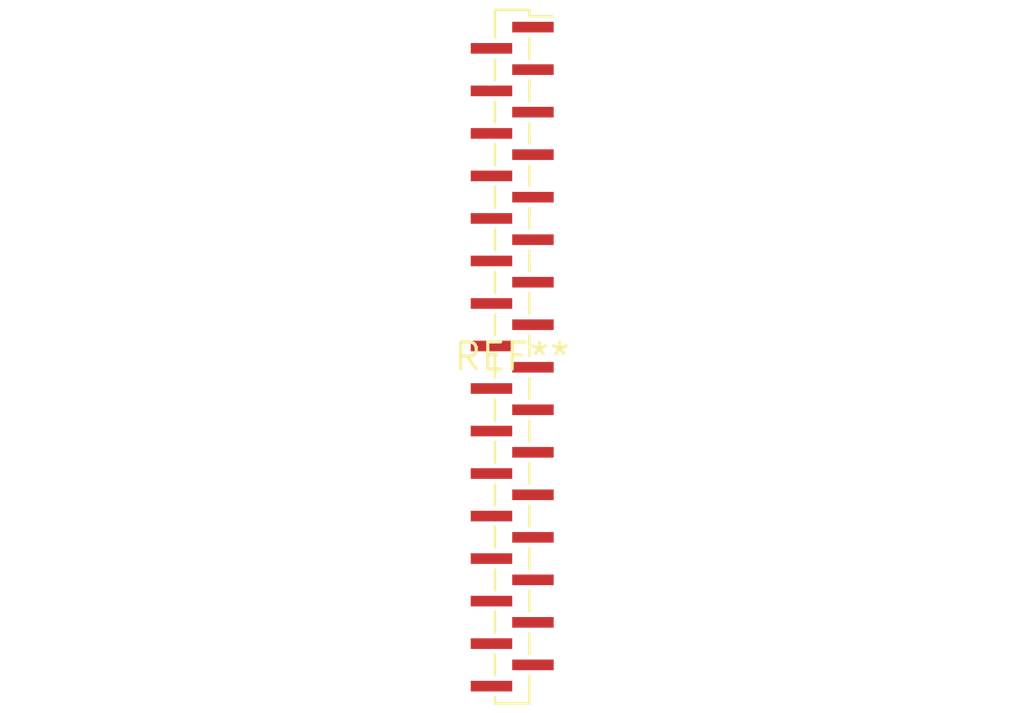
<source format=kicad_pcb>
(kicad_pcb (version 20240108) (generator pcbnew)
  (layers (0 "F.Cu" signal) (31 "B.Cu" signal) (34 "B.Paste" user) (35 "F.Paste" user) (36 "B.SilkS" user "B.Silkscreen") (37 "F.SilkS" user "F.Silkscreen") (38 "B.Mask" user) (39 "F.Mask" user) (44 "Edge.Cuts" user))
  (net 0 "")
  (footprint "PinSocket_1x32_P1.00mm_Vertical_SMD_Pin1Right" (layer "F.Cu") (at 0 0)
    (property "Reference" "REF**")
    (property "Value" "PinSocket_1x32_P1.00mm_Vertical_SMD_Pin1Right")
    (fp_line (start -0.81 -16.31) (end -0.81 -15.01) (layer "F.SilkS") (stroke (width 0.12)))
    (fp_line (start -0.81 -16.31) (end 0.81 -16.31) (layer "F.SilkS") (stroke (width 0.12)))
    (fp_line (start -0.81 -13.99) (end -0.81 -13.01) (layer "F.SilkS") (stroke (width 0.12)))
    (fp_line (start -0.81 -11.99) (end -0.81 -11.01) (layer "F.SilkS") (stroke (width 0.12)))
    (fp_line (start -0.81 -9.99) (end -0.81 -9.01) (layer "F.SilkS") (stroke (width 0.12)))
    (fp_line (start -0.81 -7.99) (end -0.81 -7.01) (layer "F.SilkS") (stroke (width 0.12)))
    (fp_line (start -0.81 -5.99) (end -0.81 -5.01) (layer "F.SilkS") (stroke (width 0.12)))
    (fp_line (start -0.81 -3.99) (end -0.81 -3.01) (layer "F.SilkS") (stroke (width 0.12)))
    (fp_line (start -0.81 -1.99) (end -0.81 -1.01) (layer "F.SilkS") (stroke (width 0.12)))
    (fp_line (start -0.81 0.01) (end -0.81 0.99) (layer "F.SilkS") (stroke (width 0.12)))
    (fp_line (start -0.81 2.01) (end -0.81 2.99) (layer "F.SilkS") (stroke (width 0.12)))
    (fp_line (start -0.81 4.01) (end -0.81 4.99) (layer "F.SilkS") (stroke (width 0.12)))
    (fp_line (start -0.81 6.01) (end -0.81 6.99) (layer "F.SilkS") (stroke (width 0.12)))
    (fp_line (start -0.81 8.01) (end -0.81 8.99) (layer "F.SilkS") (stroke (width 0.12)))
    (fp_line (start -0.81 10.01) (end -0.81 10.99) (layer "F.SilkS") (stroke (width 0.12)))
    (fp_line (start -0.81 12.01) (end -0.81 12.99) (layer "F.SilkS") (stroke (width 0.12)))
    (fp_line (start -0.81 14.01) (end -0.81 14.99) (layer "F.SilkS") (stroke (width 0.12)))
    (fp_line (start -0.81 16.01) (end -0.81 16.31) (layer "F.SilkS") (stroke (width 0.12)))
    (fp_line (start -0.81 16.31) (end 0.81 16.31) (layer "F.SilkS") (stroke (width 0.12)))
    (fp_line (start 0.81 -16.31) (end 0.81 -16.01) (layer "F.SilkS") (stroke (width 0.12)))
    (fp_line (start 0.81 -16.01) (end 1.89 -16.01) (layer "F.SilkS") (stroke (width 0.12)))
    (fp_line (start 0.81 -14.99) (end 0.81 -14.01) (layer "F.SilkS") (stroke (width 0.12)))
    (fp_line (start 0.81 -12.99) (end 0.81 -12.01) (layer "F.SilkS") (stroke (width 0.12)))
    (fp_line (start 0.81 -10.99) (end 0.81 -10.01) (layer "F.SilkS") (stroke (width 0.12)))
    (fp_line (start 0.81 -8.99) (end 0.81 -8.01) (layer "F.SilkS") (stroke (width 0.12)))
    (fp_line (start 0.81 -6.99) (end 0.81 -6.01) (layer "F.SilkS") (stroke (width 0.12)))
    (fp_line (start 0.81 -4.99) (end 0.81 -4.01) (layer "F.SilkS") (stroke (width 0.12)))
    (fp_line (start 0.81 -2.99) (end 0.81 -2.01) (layer "F.SilkS") (stroke (width 0.12)))
    (fp_line (start 0.81 -0.99) (end 0.81 -0.01) (layer "F.SilkS") (stroke (width 0.12)))
    (fp_line (start 0.81 1.01) (end 0.81 1.99) (layer "F.SilkS") (stroke (width 0.12)))
    (fp_line (start 0.81 3.01) (end 0.81 3.99) (layer "F.SilkS") (stroke (width 0.12)))
    (fp_line (start 0.81 5.01) (end 0.81 5.99) (layer "F.SilkS") (stroke (width 0.12)))
    (fp_line (start 0.81 7.01) (end 0.81 7.99) (layer "F.SilkS") (stroke (width 0.12)))
    (fp_line (start 0.81 9.01) (end 0.81 9.99) (layer "F.SilkS") (stroke (width 0.12)))
    (fp_line (start 0.81 11.01) (end 0.81 11.99) (layer "F.SilkS") (stroke (width 0.12)))
    (fp_line (start 0.81 13.01) (end 0.81 13.99) (layer "F.SilkS") (stroke (width 0.12)))
    (fp_line (start 0.81 15.01) (end 0.81 16.31) (layer "F.SilkS") (stroke (width 0.12)))
    (pad "1" smd rect (at 0.975 -15.5) (size 1.95 0.5) (layers "F.Cu" "F.Paste" "F.Mask"))
    (pad "2" smd rect (at -0.975 -14.5) (size 1.95 0.5) (layers "F.Cu" "F.Paste" "F.Mask"))
    (pad "3" smd rect (at 0.975 -13.5) (size 1.95 0.5) (layers "F.Cu" "F.Paste" "F.Mask"))
    (pad "4" smd rect (at -0.975 -12.5) (size 1.95 0.5) (layers "F.Cu" "F.Paste" "F.Mask"))
    (pad "5" smd rect (at 0.975 -11.5) (size 1.95 0.5) (layers "F.Cu" "F.Paste" "F.Mask"))
    (pad "6" smd rect (at -0.975 -10.5) (size 1.95 0.5) (layers "F.Cu" "F.Paste" "F.Mask"))
    (pad "7" smd rect (at 0.975 -9.5) (size 1.95 0.5) (layers "F.Cu" "F.Paste" "F.Mask"))
    (pad "8" smd rect (at -0.975 -8.5) (size 1.95 0.5) (layers "F.Cu" "F.Paste" "F.Mask"))
    (pad "9" smd rect (at 0.975 -7.5) (size 1.95 0.5) (layers "F.Cu" "F.Paste" "F.Mask"))
    (pad "10" smd rect (at -0.975 -6.5) (size 1.95 0.5) (layers "F.Cu" "F.Paste" "F.Mask"))
    (pad "11" smd rect (at 0.975 -5.5) (size 1.95 0.5) (layers "F.Cu" "F.Paste" "F.Mask"))
    (pad "12" smd rect (at -0.975 -4.5) (size 1.95 0.5) (layers "F.Cu" "F.Paste" "F.Mask"))
    (pad "13" smd rect (at 0.975 -3.5) (size 1.95 0.5) (layers "F.Cu" "F.Paste" "F.Mask"))
    (pad "14" smd rect (at -0.975 -2.5) (size 1.95 0.5) (layers "F.Cu" "F.Paste" "F.Mask"))
    (pad "15" smd rect (at 0.975 -1.5) (size 1.95 0.5) (layers "F.Cu" "F.Paste" "F.Mask"))
    (pad "16" smd rect (at -0.975 -0.5) (size 1.95 0.5) (layers "F.Cu" "F.Paste" "F.Mask"))
    (pad "17" smd rect (at 0.975 0.5) (size 1.95 0.5) (layers "F.Cu" "F.Paste" "F.Mask"))
    (pad "18" smd rect (at -0.975 1.5) (size 1.95 0.5) (layers "F.Cu" "F.Paste" "F.Mask"))
    (pad "19" smd rect (at 0.975 2.5) (size 1.95 0.5) (layers "F.Cu" "F.Paste" "F.Mask"))
    (pad "20" smd rect (at -0.975 3.5) (size 1.95 0.5) (layers "F.Cu" "F.Paste" "F.Mask"))
    (pad "21" smd rect (at 0.975 4.5) (size 1.95 0.5) (layers "F.Cu" "F.Paste" "F.Mask"))
    (pad "22" smd rect (at -0.975 5.5) (size 1.95 0.5) (layers "F.Cu" "F.Paste" "F.Mask"))
    (pad "23" smd rect (at 0.975 6.5) (size 1.95 0.5) (layers "F.Cu" "F.Paste" "F.Mask"))
    (pad "24" smd rect (at -0.975 7.5) (size 1.95 0.5) (layers "F.Cu" "F.Paste" "F.Mask"))
    (pad "25" smd rect (at 0.975 8.5) (size 1.95 0.5) (layers "F.Cu" "F.Paste" "F.Mask"))
    (pad "26" smd rect (at -0.975 9.5) (size 1.95 0.5) (layers "F.Cu" "F.Paste" "F.Mask"))
    (pad "27" smd rect (at 0.975 10.5) (size 1.95 0.5) (layers "F.Cu" "F.Paste" "F.Mask"))
    (pad "28" smd rect (at -0.975 11.5) (size 1.95 0.5) (layers "F.Cu" "F.Paste" "F.Mask"))
    (pad "29" smd rect (at 0.975 12.5) (size 1.95 0.5) (layers "F.Cu" "F.Paste" "F.Mask"))
    (pad "30" smd rect (at -0.975 13.5) (size 1.95 0.5) (layers "F.Cu" "F.Paste" "F.Mask"))
    (pad "31" smd rect (at 0.975 14.5) (size 1.95 0.5) (layers "F.Cu" "F.Paste" "F.Mask"))
    (pad "32" smd rect (at -0.975 15.5) (size 1.95 0.5) (layers "F.Cu" "F.Paste" "F.Mask"))
  )
)
</source>
